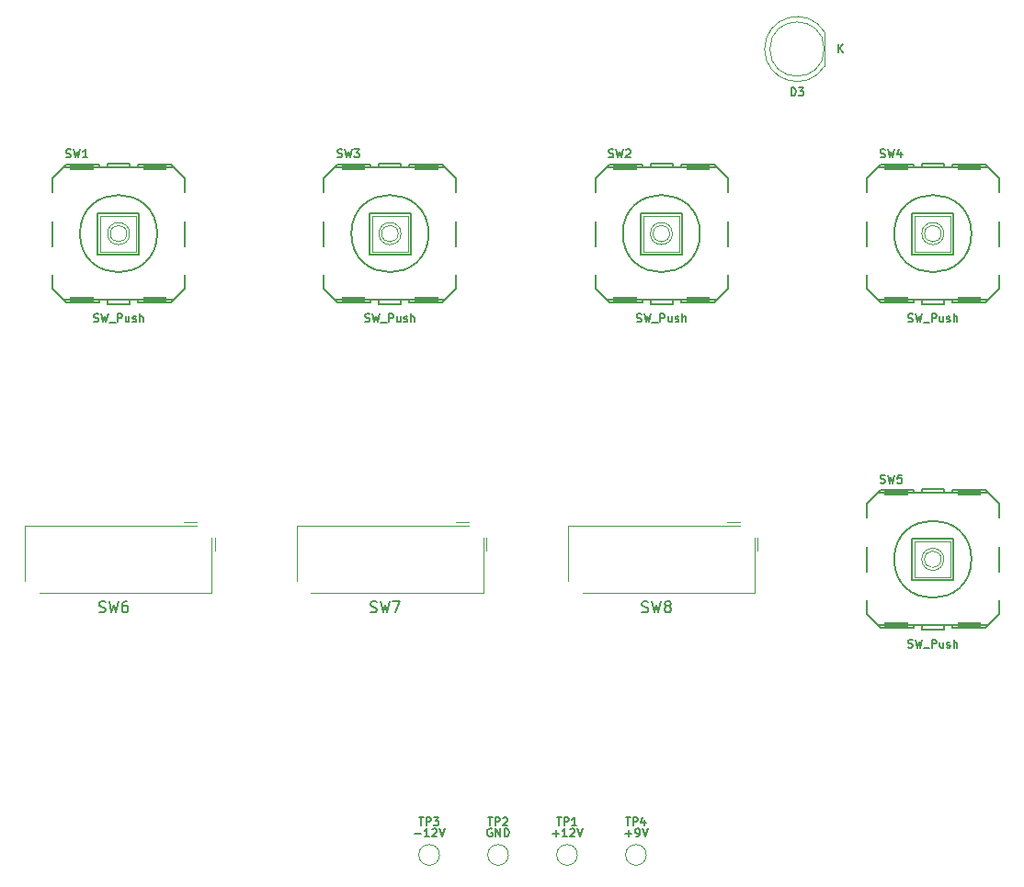
<source format=gto>
G04 #@! TF.GenerationSoftware,KiCad,Pcbnew,6.0.9-8da3e8f707~116~ubuntu22.04.1*
G04 #@! TF.CreationDate,2022-11-12T12:36:30-05:00*
G04 #@! TF.ProjectId,dso138,64736f31-3338-42e6-9b69-6361645f7063,rev?*
G04 #@! TF.SameCoordinates,Original*
G04 #@! TF.FileFunction,Legend,Top*
G04 #@! TF.FilePolarity,Positive*
%FSLAX46Y46*%
G04 Gerber Fmt 4.6, Leading zero omitted, Abs format (unit mm)*
G04 Created by KiCad (PCBNEW 6.0.9-8da3e8f707~116~ubuntu22.04.1) date 2022-11-12 12:36:30*
%MOMM*%
%LPD*%
G01*
G04 APERTURE LIST*
%ADD10C,0.150000*%
%ADD11C,0.120000*%
%ADD12C,0.152400*%
%ADD13C,0.050800*%
G04 APERTURE END LIST*
D10*
G04 #@! TO.C,TP3*
X90163571Y-158771285D02*
X90592142Y-158771285D01*
X90377857Y-159521285D02*
X90377857Y-158771285D01*
X90842142Y-159521285D02*
X90842142Y-158771285D01*
X91127857Y-158771285D01*
X91199285Y-158807000D01*
X91235000Y-158842714D01*
X91270714Y-158914142D01*
X91270714Y-159021285D01*
X91235000Y-159092714D01*
X91199285Y-159128428D01*
X91127857Y-159164142D01*
X90842142Y-159164142D01*
X91520714Y-158771285D02*
X91985000Y-158771285D01*
X91735000Y-159057000D01*
X91842142Y-159057000D01*
X91913571Y-159092714D01*
X91949285Y-159128428D01*
X91985000Y-159199857D01*
X91985000Y-159378428D01*
X91949285Y-159449857D01*
X91913571Y-159485571D01*
X91842142Y-159521285D01*
X91627857Y-159521285D01*
X91556428Y-159485571D01*
X91520714Y-159449857D01*
X89788571Y-160251571D02*
X90360000Y-160251571D01*
X91110000Y-160537285D02*
X90681428Y-160537285D01*
X90895714Y-160537285D02*
X90895714Y-159787285D01*
X90824285Y-159894428D01*
X90752857Y-159965857D01*
X90681428Y-160001571D01*
X91395714Y-159858714D02*
X91431428Y-159823000D01*
X91502857Y-159787285D01*
X91681428Y-159787285D01*
X91752857Y-159823000D01*
X91788571Y-159858714D01*
X91824285Y-159930142D01*
X91824285Y-160001571D01*
X91788571Y-160108714D01*
X91360000Y-160537285D01*
X91824285Y-160537285D01*
X92038571Y-159787285D02*
X92288571Y-160537285D01*
X92538571Y-159787285D01*
G04 #@! TO.C,SW2*
X107660357Y-97943571D02*
X107767500Y-97979285D01*
X107946071Y-97979285D01*
X108017500Y-97943571D01*
X108053214Y-97907857D01*
X108088928Y-97836428D01*
X108088928Y-97765000D01*
X108053214Y-97693571D01*
X108017500Y-97657857D01*
X107946071Y-97622142D01*
X107803214Y-97586428D01*
X107731785Y-97550714D01*
X107696071Y-97515000D01*
X107660357Y-97443571D01*
X107660357Y-97372142D01*
X107696071Y-97300714D01*
X107731785Y-97265000D01*
X107803214Y-97229285D01*
X107981785Y-97229285D01*
X108088928Y-97265000D01*
X108338928Y-97229285D02*
X108517500Y-97979285D01*
X108660357Y-97443571D01*
X108803214Y-97979285D01*
X108981785Y-97229285D01*
X109231785Y-97300714D02*
X109267500Y-97265000D01*
X109338928Y-97229285D01*
X109517500Y-97229285D01*
X109588928Y-97265000D01*
X109624642Y-97300714D01*
X109660357Y-97372142D01*
X109660357Y-97443571D01*
X109624642Y-97550714D01*
X109196071Y-97979285D01*
X109660357Y-97979285D01*
X110214285Y-113103571D02*
X110321428Y-113139285D01*
X110500000Y-113139285D01*
X110571428Y-113103571D01*
X110607142Y-113067857D01*
X110642857Y-112996428D01*
X110642857Y-112925000D01*
X110607142Y-112853571D01*
X110571428Y-112817857D01*
X110500000Y-112782142D01*
X110357142Y-112746428D01*
X110285714Y-112710714D01*
X110250000Y-112675000D01*
X110214285Y-112603571D01*
X110214285Y-112532142D01*
X110250000Y-112460714D01*
X110285714Y-112425000D01*
X110357142Y-112389285D01*
X110535714Y-112389285D01*
X110642857Y-112425000D01*
X110892857Y-112389285D02*
X111071428Y-113139285D01*
X111214285Y-112603571D01*
X111357142Y-113139285D01*
X111535714Y-112389285D01*
X111642857Y-113210714D02*
X112214285Y-113210714D01*
X112392857Y-113139285D02*
X112392857Y-112389285D01*
X112678571Y-112389285D01*
X112750000Y-112425000D01*
X112785714Y-112460714D01*
X112821428Y-112532142D01*
X112821428Y-112639285D01*
X112785714Y-112710714D01*
X112750000Y-112746428D01*
X112678571Y-112782142D01*
X112392857Y-112782142D01*
X113464285Y-112639285D02*
X113464285Y-113139285D01*
X113142857Y-112639285D02*
X113142857Y-113032142D01*
X113178571Y-113103571D01*
X113250000Y-113139285D01*
X113357142Y-113139285D01*
X113428571Y-113103571D01*
X113464285Y-113067857D01*
X113785714Y-113103571D02*
X113857142Y-113139285D01*
X114000000Y-113139285D01*
X114071428Y-113103571D01*
X114107142Y-113032142D01*
X114107142Y-112996428D01*
X114071428Y-112925000D01*
X114000000Y-112889285D01*
X113892857Y-112889285D01*
X113821428Y-112853571D01*
X113785714Y-112782142D01*
X113785714Y-112746428D01*
X113821428Y-112675000D01*
X113892857Y-112639285D01*
X114000000Y-112639285D01*
X114071428Y-112675000D01*
X114428571Y-113139285D02*
X114428571Y-112389285D01*
X114750000Y-113139285D02*
X114750000Y-112746428D01*
X114714285Y-112675000D01*
X114642857Y-112639285D01*
X114535714Y-112639285D01*
X114464285Y-112675000D01*
X114428571Y-112710714D01*
G04 #@! TO.C,SW1*
X57660357Y-97943571D02*
X57767500Y-97979285D01*
X57946071Y-97979285D01*
X58017500Y-97943571D01*
X58053214Y-97907857D01*
X58088928Y-97836428D01*
X58088928Y-97765000D01*
X58053214Y-97693571D01*
X58017500Y-97657857D01*
X57946071Y-97622142D01*
X57803214Y-97586428D01*
X57731785Y-97550714D01*
X57696071Y-97515000D01*
X57660357Y-97443571D01*
X57660357Y-97372142D01*
X57696071Y-97300714D01*
X57731785Y-97265000D01*
X57803214Y-97229285D01*
X57981785Y-97229285D01*
X58088928Y-97265000D01*
X58338928Y-97229285D02*
X58517500Y-97979285D01*
X58660357Y-97443571D01*
X58803214Y-97979285D01*
X58981785Y-97229285D01*
X59660357Y-97979285D02*
X59231785Y-97979285D01*
X59446071Y-97979285D02*
X59446071Y-97229285D01*
X59374642Y-97336428D01*
X59303214Y-97407857D01*
X59231785Y-97443571D01*
X60214285Y-113103571D02*
X60321428Y-113139285D01*
X60500000Y-113139285D01*
X60571428Y-113103571D01*
X60607142Y-113067857D01*
X60642857Y-112996428D01*
X60642857Y-112925000D01*
X60607142Y-112853571D01*
X60571428Y-112817857D01*
X60500000Y-112782142D01*
X60357142Y-112746428D01*
X60285714Y-112710714D01*
X60250000Y-112675000D01*
X60214285Y-112603571D01*
X60214285Y-112532142D01*
X60250000Y-112460714D01*
X60285714Y-112425000D01*
X60357142Y-112389285D01*
X60535714Y-112389285D01*
X60642857Y-112425000D01*
X60892857Y-112389285D02*
X61071428Y-113139285D01*
X61214285Y-112603571D01*
X61357142Y-113139285D01*
X61535714Y-112389285D01*
X61642857Y-113210714D02*
X62214285Y-113210714D01*
X62392857Y-113139285D02*
X62392857Y-112389285D01*
X62678571Y-112389285D01*
X62750000Y-112425000D01*
X62785714Y-112460714D01*
X62821428Y-112532142D01*
X62821428Y-112639285D01*
X62785714Y-112710714D01*
X62750000Y-112746428D01*
X62678571Y-112782142D01*
X62392857Y-112782142D01*
X63464285Y-112639285D02*
X63464285Y-113139285D01*
X63142857Y-112639285D02*
X63142857Y-113032142D01*
X63178571Y-113103571D01*
X63250000Y-113139285D01*
X63357142Y-113139285D01*
X63428571Y-113103571D01*
X63464285Y-113067857D01*
X63785714Y-113103571D02*
X63857142Y-113139285D01*
X64000000Y-113139285D01*
X64071428Y-113103571D01*
X64107142Y-113032142D01*
X64107142Y-112996428D01*
X64071428Y-112925000D01*
X64000000Y-112889285D01*
X63892857Y-112889285D01*
X63821428Y-112853571D01*
X63785714Y-112782142D01*
X63785714Y-112746428D01*
X63821428Y-112675000D01*
X63892857Y-112639285D01*
X64000000Y-112639285D01*
X64071428Y-112675000D01*
X64428571Y-113139285D02*
X64428571Y-112389285D01*
X64750000Y-113139285D02*
X64750000Y-112746428D01*
X64714285Y-112675000D01*
X64642857Y-112639285D01*
X64535714Y-112639285D01*
X64464285Y-112675000D01*
X64428571Y-112710714D01*
G04 #@! TO.C,D3*
X124441428Y-92299285D02*
X124441428Y-91549285D01*
X124620000Y-91549285D01*
X124727142Y-91585000D01*
X124798571Y-91656428D01*
X124834285Y-91727857D01*
X124870000Y-91870714D01*
X124870000Y-91977857D01*
X124834285Y-92120714D01*
X124798571Y-92192142D01*
X124727142Y-92263571D01*
X124620000Y-92299285D01*
X124441428Y-92299285D01*
X125120000Y-91549285D02*
X125584285Y-91549285D01*
X125334285Y-91835000D01*
X125441428Y-91835000D01*
X125512857Y-91870714D01*
X125548571Y-91906428D01*
X125584285Y-91977857D01*
X125584285Y-92156428D01*
X125548571Y-92227857D01*
X125512857Y-92263571D01*
X125441428Y-92299285D01*
X125227142Y-92299285D01*
X125155714Y-92263571D01*
X125120000Y-92227857D01*
X128768571Y-88339285D02*
X128768571Y-87589285D01*
X129197142Y-88339285D02*
X128875714Y-87910714D01*
X129197142Y-87589285D02*
X128768571Y-88017857D01*
G04 #@! TO.C,TP4*
X109213571Y-158771285D02*
X109642142Y-158771285D01*
X109427857Y-159521285D02*
X109427857Y-158771285D01*
X109892142Y-159521285D02*
X109892142Y-158771285D01*
X110177857Y-158771285D01*
X110249285Y-158807000D01*
X110285000Y-158842714D01*
X110320714Y-158914142D01*
X110320714Y-159021285D01*
X110285000Y-159092714D01*
X110249285Y-159128428D01*
X110177857Y-159164142D01*
X109892142Y-159164142D01*
X110963571Y-159021285D02*
X110963571Y-159521285D01*
X110785000Y-158735571D02*
X110606428Y-159271285D01*
X111070714Y-159271285D01*
X109195714Y-160251571D02*
X109767142Y-160251571D01*
X109481428Y-160537285D02*
X109481428Y-159965857D01*
X110160000Y-160537285D02*
X110302857Y-160537285D01*
X110374285Y-160501571D01*
X110410000Y-160465857D01*
X110481428Y-160358714D01*
X110517142Y-160215857D01*
X110517142Y-159930142D01*
X110481428Y-159858714D01*
X110445714Y-159823000D01*
X110374285Y-159787285D01*
X110231428Y-159787285D01*
X110160000Y-159823000D01*
X110124285Y-159858714D01*
X110088571Y-159930142D01*
X110088571Y-160108714D01*
X110124285Y-160180142D01*
X110160000Y-160215857D01*
X110231428Y-160251571D01*
X110374285Y-160251571D01*
X110445714Y-160215857D01*
X110481428Y-160180142D01*
X110517142Y-160108714D01*
X110731428Y-159787285D02*
X110981428Y-160537285D01*
X111231428Y-159787285D01*
G04 #@! TO.C,SW3*
X82660357Y-97943571D02*
X82767500Y-97979285D01*
X82946071Y-97979285D01*
X83017500Y-97943571D01*
X83053214Y-97907857D01*
X83088928Y-97836428D01*
X83088928Y-97765000D01*
X83053214Y-97693571D01*
X83017500Y-97657857D01*
X82946071Y-97622142D01*
X82803214Y-97586428D01*
X82731785Y-97550714D01*
X82696071Y-97515000D01*
X82660357Y-97443571D01*
X82660357Y-97372142D01*
X82696071Y-97300714D01*
X82731785Y-97265000D01*
X82803214Y-97229285D01*
X82981785Y-97229285D01*
X83088928Y-97265000D01*
X83338928Y-97229285D02*
X83517500Y-97979285D01*
X83660357Y-97443571D01*
X83803214Y-97979285D01*
X83981785Y-97229285D01*
X84196071Y-97229285D02*
X84660357Y-97229285D01*
X84410357Y-97515000D01*
X84517500Y-97515000D01*
X84588928Y-97550714D01*
X84624642Y-97586428D01*
X84660357Y-97657857D01*
X84660357Y-97836428D01*
X84624642Y-97907857D01*
X84588928Y-97943571D01*
X84517500Y-97979285D01*
X84303214Y-97979285D01*
X84231785Y-97943571D01*
X84196071Y-97907857D01*
X85214285Y-113103571D02*
X85321428Y-113139285D01*
X85500000Y-113139285D01*
X85571428Y-113103571D01*
X85607142Y-113067857D01*
X85642857Y-112996428D01*
X85642857Y-112925000D01*
X85607142Y-112853571D01*
X85571428Y-112817857D01*
X85500000Y-112782142D01*
X85357142Y-112746428D01*
X85285714Y-112710714D01*
X85250000Y-112675000D01*
X85214285Y-112603571D01*
X85214285Y-112532142D01*
X85250000Y-112460714D01*
X85285714Y-112425000D01*
X85357142Y-112389285D01*
X85535714Y-112389285D01*
X85642857Y-112425000D01*
X85892857Y-112389285D02*
X86071428Y-113139285D01*
X86214285Y-112603571D01*
X86357142Y-113139285D01*
X86535714Y-112389285D01*
X86642857Y-113210714D02*
X87214285Y-113210714D01*
X87392857Y-113139285D02*
X87392857Y-112389285D01*
X87678571Y-112389285D01*
X87750000Y-112425000D01*
X87785714Y-112460714D01*
X87821428Y-112532142D01*
X87821428Y-112639285D01*
X87785714Y-112710714D01*
X87750000Y-112746428D01*
X87678571Y-112782142D01*
X87392857Y-112782142D01*
X88464285Y-112639285D02*
X88464285Y-113139285D01*
X88142857Y-112639285D02*
X88142857Y-113032142D01*
X88178571Y-113103571D01*
X88250000Y-113139285D01*
X88357142Y-113139285D01*
X88428571Y-113103571D01*
X88464285Y-113067857D01*
X88785714Y-113103571D02*
X88857142Y-113139285D01*
X89000000Y-113139285D01*
X89071428Y-113103571D01*
X89107142Y-113032142D01*
X89107142Y-112996428D01*
X89071428Y-112925000D01*
X89000000Y-112889285D01*
X88892857Y-112889285D01*
X88821428Y-112853571D01*
X88785714Y-112782142D01*
X88785714Y-112746428D01*
X88821428Y-112675000D01*
X88892857Y-112639285D01*
X89000000Y-112639285D01*
X89071428Y-112675000D01*
X89428571Y-113139285D02*
X89428571Y-112389285D01*
X89750000Y-113139285D02*
X89750000Y-112746428D01*
X89714285Y-112675000D01*
X89642857Y-112639285D01*
X89535714Y-112639285D01*
X89464285Y-112675000D01*
X89428571Y-112710714D01*
G04 #@! TO.C,SW7*
X85709466Y-139835161D02*
X85852323Y-139882780D01*
X86090419Y-139882780D01*
X86185657Y-139835161D01*
X86233276Y-139787542D01*
X86280895Y-139692304D01*
X86280895Y-139597066D01*
X86233276Y-139501828D01*
X86185657Y-139454209D01*
X86090419Y-139406590D01*
X85899942Y-139358971D01*
X85804704Y-139311352D01*
X85757085Y-139263733D01*
X85709466Y-139168495D01*
X85709466Y-139073257D01*
X85757085Y-138978019D01*
X85804704Y-138930400D01*
X85899942Y-138882780D01*
X86138038Y-138882780D01*
X86280895Y-138930400D01*
X86614228Y-138882780D02*
X86852323Y-139882780D01*
X87042800Y-139168495D01*
X87233276Y-139882780D01*
X87471371Y-138882780D01*
X87757085Y-138882780D02*
X88423752Y-138882780D01*
X87995180Y-139882780D01*
G04 #@! TO.C,TP1*
X102863571Y-158771285D02*
X103292142Y-158771285D01*
X103077857Y-159521285D02*
X103077857Y-158771285D01*
X103542142Y-159521285D02*
X103542142Y-158771285D01*
X103827857Y-158771285D01*
X103899285Y-158807000D01*
X103935000Y-158842714D01*
X103970714Y-158914142D01*
X103970714Y-159021285D01*
X103935000Y-159092714D01*
X103899285Y-159128428D01*
X103827857Y-159164142D01*
X103542142Y-159164142D01*
X104685000Y-159521285D02*
X104256428Y-159521285D01*
X104470714Y-159521285D02*
X104470714Y-158771285D01*
X104399285Y-158878428D01*
X104327857Y-158949857D01*
X104256428Y-158985571D01*
X102488571Y-160251571D02*
X103060000Y-160251571D01*
X102774285Y-160537285D02*
X102774285Y-159965857D01*
X103810000Y-160537285D02*
X103381428Y-160537285D01*
X103595714Y-160537285D02*
X103595714Y-159787285D01*
X103524285Y-159894428D01*
X103452857Y-159965857D01*
X103381428Y-160001571D01*
X104095714Y-159858714D02*
X104131428Y-159823000D01*
X104202857Y-159787285D01*
X104381428Y-159787285D01*
X104452857Y-159823000D01*
X104488571Y-159858714D01*
X104524285Y-159930142D01*
X104524285Y-160001571D01*
X104488571Y-160108714D01*
X104060000Y-160537285D01*
X104524285Y-160537285D01*
X104738571Y-159787285D02*
X104988571Y-160537285D01*
X105238571Y-159787285D01*
G04 #@! TO.C,SW8*
X110709466Y-139835161D02*
X110852323Y-139882780D01*
X111090419Y-139882780D01*
X111185657Y-139835161D01*
X111233276Y-139787542D01*
X111280895Y-139692304D01*
X111280895Y-139597066D01*
X111233276Y-139501828D01*
X111185657Y-139454209D01*
X111090419Y-139406590D01*
X110899942Y-139358971D01*
X110804704Y-139311352D01*
X110757085Y-139263733D01*
X110709466Y-139168495D01*
X110709466Y-139073257D01*
X110757085Y-138978019D01*
X110804704Y-138930400D01*
X110899942Y-138882780D01*
X111138038Y-138882780D01*
X111280895Y-138930400D01*
X111614228Y-138882780D02*
X111852323Y-139882780D01*
X112042800Y-139168495D01*
X112233276Y-139882780D01*
X112471371Y-138882780D01*
X112995180Y-139311352D02*
X112899942Y-139263733D01*
X112852323Y-139216114D01*
X112804704Y-139120876D01*
X112804704Y-139073257D01*
X112852323Y-138978019D01*
X112899942Y-138930400D01*
X112995180Y-138882780D01*
X113185657Y-138882780D01*
X113280895Y-138930400D01*
X113328514Y-138978019D01*
X113376133Y-139073257D01*
X113376133Y-139120876D01*
X113328514Y-139216114D01*
X113280895Y-139263733D01*
X113185657Y-139311352D01*
X112995180Y-139311352D01*
X112899942Y-139358971D01*
X112852323Y-139406590D01*
X112804704Y-139501828D01*
X112804704Y-139692304D01*
X112852323Y-139787542D01*
X112899942Y-139835161D01*
X112995180Y-139882780D01*
X113185657Y-139882780D01*
X113280895Y-139835161D01*
X113328514Y-139787542D01*
X113376133Y-139692304D01*
X113376133Y-139501828D01*
X113328514Y-139406590D01*
X113280895Y-139358971D01*
X113185657Y-139311352D01*
G04 #@! TO.C,SW4*
X132660357Y-97943571D02*
X132767500Y-97979285D01*
X132946071Y-97979285D01*
X133017500Y-97943571D01*
X133053214Y-97907857D01*
X133088928Y-97836428D01*
X133088928Y-97765000D01*
X133053214Y-97693571D01*
X133017500Y-97657857D01*
X132946071Y-97622142D01*
X132803214Y-97586428D01*
X132731785Y-97550714D01*
X132696071Y-97515000D01*
X132660357Y-97443571D01*
X132660357Y-97372142D01*
X132696071Y-97300714D01*
X132731785Y-97265000D01*
X132803214Y-97229285D01*
X132981785Y-97229285D01*
X133088928Y-97265000D01*
X133338928Y-97229285D02*
X133517500Y-97979285D01*
X133660357Y-97443571D01*
X133803214Y-97979285D01*
X133981785Y-97229285D01*
X134588928Y-97479285D02*
X134588928Y-97979285D01*
X134410357Y-97193571D02*
X134231785Y-97729285D01*
X134696071Y-97729285D01*
X135214285Y-113103571D02*
X135321428Y-113139285D01*
X135500000Y-113139285D01*
X135571428Y-113103571D01*
X135607142Y-113067857D01*
X135642857Y-112996428D01*
X135642857Y-112925000D01*
X135607142Y-112853571D01*
X135571428Y-112817857D01*
X135500000Y-112782142D01*
X135357142Y-112746428D01*
X135285714Y-112710714D01*
X135250000Y-112675000D01*
X135214285Y-112603571D01*
X135214285Y-112532142D01*
X135250000Y-112460714D01*
X135285714Y-112425000D01*
X135357142Y-112389285D01*
X135535714Y-112389285D01*
X135642857Y-112425000D01*
X135892857Y-112389285D02*
X136071428Y-113139285D01*
X136214285Y-112603571D01*
X136357142Y-113139285D01*
X136535714Y-112389285D01*
X136642857Y-113210714D02*
X137214285Y-113210714D01*
X137392857Y-113139285D02*
X137392857Y-112389285D01*
X137678571Y-112389285D01*
X137750000Y-112425000D01*
X137785714Y-112460714D01*
X137821428Y-112532142D01*
X137821428Y-112639285D01*
X137785714Y-112710714D01*
X137750000Y-112746428D01*
X137678571Y-112782142D01*
X137392857Y-112782142D01*
X138464285Y-112639285D02*
X138464285Y-113139285D01*
X138142857Y-112639285D02*
X138142857Y-113032142D01*
X138178571Y-113103571D01*
X138250000Y-113139285D01*
X138357142Y-113139285D01*
X138428571Y-113103571D01*
X138464285Y-113067857D01*
X138785714Y-113103571D02*
X138857142Y-113139285D01*
X139000000Y-113139285D01*
X139071428Y-113103571D01*
X139107142Y-113032142D01*
X139107142Y-112996428D01*
X139071428Y-112925000D01*
X139000000Y-112889285D01*
X138892857Y-112889285D01*
X138821428Y-112853571D01*
X138785714Y-112782142D01*
X138785714Y-112746428D01*
X138821428Y-112675000D01*
X138892857Y-112639285D01*
X139000000Y-112639285D01*
X139071428Y-112675000D01*
X139428571Y-113139285D02*
X139428571Y-112389285D01*
X139750000Y-113139285D02*
X139750000Y-112746428D01*
X139714285Y-112675000D01*
X139642857Y-112639285D01*
X139535714Y-112639285D01*
X139464285Y-112675000D01*
X139428571Y-112710714D01*
G04 #@! TO.C,SW6*
X60709466Y-139835161D02*
X60852323Y-139882780D01*
X61090419Y-139882780D01*
X61185657Y-139835161D01*
X61233276Y-139787542D01*
X61280895Y-139692304D01*
X61280895Y-139597066D01*
X61233276Y-139501828D01*
X61185657Y-139454209D01*
X61090419Y-139406590D01*
X60899942Y-139358971D01*
X60804704Y-139311352D01*
X60757085Y-139263733D01*
X60709466Y-139168495D01*
X60709466Y-139073257D01*
X60757085Y-138978019D01*
X60804704Y-138930400D01*
X60899942Y-138882780D01*
X61138038Y-138882780D01*
X61280895Y-138930400D01*
X61614228Y-138882780D02*
X61852323Y-139882780D01*
X62042800Y-139168495D01*
X62233276Y-139882780D01*
X62471371Y-138882780D01*
X63280895Y-138882780D02*
X63090419Y-138882780D01*
X62995180Y-138930400D01*
X62947561Y-138978019D01*
X62852323Y-139120876D01*
X62804704Y-139311352D01*
X62804704Y-139692304D01*
X62852323Y-139787542D01*
X62899942Y-139835161D01*
X62995180Y-139882780D01*
X63185657Y-139882780D01*
X63280895Y-139835161D01*
X63328514Y-139787542D01*
X63376133Y-139692304D01*
X63376133Y-139454209D01*
X63328514Y-139358971D01*
X63280895Y-139311352D01*
X63185657Y-139263733D01*
X62995180Y-139263733D01*
X62899942Y-139311352D01*
X62852323Y-139358971D01*
X62804704Y-139454209D01*
G04 #@! TO.C,TP2*
X96513571Y-158771285D02*
X96942142Y-158771285D01*
X96727857Y-159521285D02*
X96727857Y-158771285D01*
X97192142Y-159521285D02*
X97192142Y-158771285D01*
X97477857Y-158771285D01*
X97549285Y-158807000D01*
X97585000Y-158842714D01*
X97620714Y-158914142D01*
X97620714Y-159021285D01*
X97585000Y-159092714D01*
X97549285Y-159128428D01*
X97477857Y-159164142D01*
X97192142Y-159164142D01*
X97906428Y-158842714D02*
X97942142Y-158807000D01*
X98013571Y-158771285D01*
X98192142Y-158771285D01*
X98263571Y-158807000D01*
X98299285Y-158842714D01*
X98335000Y-158914142D01*
X98335000Y-158985571D01*
X98299285Y-159092714D01*
X97870714Y-159521285D01*
X98335000Y-159521285D01*
X96888571Y-159823000D02*
X96817142Y-159787285D01*
X96710000Y-159787285D01*
X96602857Y-159823000D01*
X96531428Y-159894428D01*
X96495714Y-159965857D01*
X96460000Y-160108714D01*
X96460000Y-160215857D01*
X96495714Y-160358714D01*
X96531428Y-160430142D01*
X96602857Y-160501571D01*
X96710000Y-160537285D01*
X96781428Y-160537285D01*
X96888571Y-160501571D01*
X96924285Y-160465857D01*
X96924285Y-160215857D01*
X96781428Y-160215857D01*
X97245714Y-160537285D02*
X97245714Y-159787285D01*
X97674285Y-160537285D01*
X97674285Y-159787285D01*
X98031428Y-160537285D02*
X98031428Y-159787285D01*
X98210000Y-159787285D01*
X98317142Y-159823000D01*
X98388571Y-159894428D01*
X98424285Y-159965857D01*
X98460000Y-160108714D01*
X98460000Y-160215857D01*
X98424285Y-160358714D01*
X98388571Y-160430142D01*
X98317142Y-160501571D01*
X98210000Y-160537285D01*
X98031428Y-160537285D01*
G04 #@! TO.C,SW5*
X132660357Y-127943571D02*
X132767500Y-127979285D01*
X132946071Y-127979285D01*
X133017500Y-127943571D01*
X133053214Y-127907857D01*
X133088928Y-127836428D01*
X133088928Y-127765000D01*
X133053214Y-127693571D01*
X133017500Y-127657857D01*
X132946071Y-127622142D01*
X132803214Y-127586428D01*
X132731785Y-127550714D01*
X132696071Y-127515000D01*
X132660357Y-127443571D01*
X132660357Y-127372142D01*
X132696071Y-127300714D01*
X132731785Y-127265000D01*
X132803214Y-127229285D01*
X132981785Y-127229285D01*
X133088928Y-127265000D01*
X133338928Y-127229285D02*
X133517500Y-127979285D01*
X133660357Y-127443571D01*
X133803214Y-127979285D01*
X133981785Y-127229285D01*
X134624642Y-127229285D02*
X134267500Y-127229285D01*
X134231785Y-127586428D01*
X134267500Y-127550714D01*
X134338928Y-127515000D01*
X134517500Y-127515000D01*
X134588928Y-127550714D01*
X134624642Y-127586428D01*
X134660357Y-127657857D01*
X134660357Y-127836428D01*
X134624642Y-127907857D01*
X134588928Y-127943571D01*
X134517500Y-127979285D01*
X134338928Y-127979285D01*
X134267500Y-127943571D01*
X134231785Y-127907857D01*
X135214285Y-143103571D02*
X135321428Y-143139285D01*
X135500000Y-143139285D01*
X135571428Y-143103571D01*
X135607142Y-143067857D01*
X135642857Y-142996428D01*
X135642857Y-142925000D01*
X135607142Y-142853571D01*
X135571428Y-142817857D01*
X135500000Y-142782142D01*
X135357142Y-142746428D01*
X135285714Y-142710714D01*
X135250000Y-142675000D01*
X135214285Y-142603571D01*
X135214285Y-142532142D01*
X135250000Y-142460714D01*
X135285714Y-142425000D01*
X135357142Y-142389285D01*
X135535714Y-142389285D01*
X135642857Y-142425000D01*
X135892857Y-142389285D02*
X136071428Y-143139285D01*
X136214285Y-142603571D01*
X136357142Y-143139285D01*
X136535714Y-142389285D01*
X136642857Y-143210714D02*
X137214285Y-143210714D01*
X137392857Y-143139285D02*
X137392857Y-142389285D01*
X137678571Y-142389285D01*
X137750000Y-142425000D01*
X137785714Y-142460714D01*
X137821428Y-142532142D01*
X137821428Y-142639285D01*
X137785714Y-142710714D01*
X137750000Y-142746428D01*
X137678571Y-142782142D01*
X137392857Y-142782142D01*
X138464285Y-142639285D02*
X138464285Y-143139285D01*
X138142857Y-142639285D02*
X138142857Y-143032142D01*
X138178571Y-143103571D01*
X138250000Y-143139285D01*
X138357142Y-143139285D01*
X138428571Y-143103571D01*
X138464285Y-143067857D01*
X138785714Y-143103571D02*
X138857142Y-143139285D01*
X139000000Y-143139285D01*
X139071428Y-143103571D01*
X139107142Y-143032142D01*
X139107142Y-142996428D01*
X139071428Y-142925000D01*
X139000000Y-142889285D01*
X138892857Y-142889285D01*
X138821428Y-142853571D01*
X138785714Y-142782142D01*
X138785714Y-142746428D01*
X138821428Y-142675000D01*
X138892857Y-142639285D01*
X139000000Y-142639285D01*
X139071428Y-142675000D01*
X139428571Y-143139285D02*
X139428571Y-142389285D01*
X139750000Y-143139285D02*
X139750000Y-142746428D01*
X139714285Y-142675000D01*
X139642857Y-142639285D01*
X139535714Y-142639285D01*
X139464285Y-142675000D01*
X139428571Y-142710714D01*
D11*
G04 #@! TO.C,TP3*
X92060000Y-162230000D02*
G75*
G03*
X92060000Y-162230000I-950000J0D01*
G01*
D12*
G04 #@! TO.C,SW2*
X110722000Y-111096000D02*
X111484000Y-111096000D01*
X117580000Y-111096000D02*
X117326000Y-111350000D01*
X118596000Y-99920000D02*
X118596000Y-101190000D01*
X106404000Y-110080000D02*
X107420000Y-111096000D01*
X110722000Y-98650000D02*
X110722000Y-98904000D01*
D13*
X110849000Y-103349000D02*
X110849000Y-106651000D01*
D12*
X117580000Y-98904000D02*
X114278000Y-98904000D01*
X113516000Y-111096000D02*
X114278000Y-111096000D01*
X118596000Y-99920000D02*
X117580000Y-98904000D01*
X113516000Y-111096000D02*
X113516000Y-111477000D01*
X118596000Y-103857000D02*
X118596000Y-106143000D01*
X114405000Y-106905000D02*
X114405000Y-103095000D01*
X114278000Y-98650000D02*
X114278000Y-98904000D01*
X107420000Y-111096000D02*
X110722000Y-111096000D01*
X114278000Y-111096000D02*
X117580000Y-111096000D01*
X111484000Y-111477000D02*
X111484000Y-111096000D01*
X111484000Y-98523000D02*
X113516000Y-98523000D01*
X118596000Y-110080000D02*
X118596000Y-108810000D01*
X106404000Y-108810000D02*
X106404000Y-110080000D01*
X106404000Y-103857000D02*
X106404000Y-106143000D01*
X114278000Y-98904000D02*
X113516000Y-98904000D01*
D13*
X114151000Y-106651000D02*
X114151000Y-103349000D01*
D12*
X117326000Y-111350000D02*
X114278000Y-111350000D01*
X114278000Y-111096000D02*
X114278000Y-111350000D01*
X110722000Y-98904000D02*
X111484000Y-98904000D01*
X117580000Y-111096000D02*
X118596000Y-110080000D01*
X110722000Y-98650000D02*
X107674000Y-98650000D01*
X107420000Y-98904000D02*
X110722000Y-98904000D01*
X117326000Y-98650000D02*
X114278000Y-98650000D01*
X110595000Y-103095000D02*
X114405000Y-103095000D01*
X107674000Y-111350000D02*
X107420000Y-111096000D01*
X111484000Y-111477000D02*
X113516000Y-111477000D01*
D13*
X114151000Y-106651000D02*
X110849000Y-106651000D01*
D12*
X113516000Y-98523000D02*
X113516000Y-98904000D01*
X117580000Y-98904000D02*
X117326000Y-98650000D01*
X106404000Y-99920000D02*
X106404000Y-101190000D01*
X110595000Y-103095000D02*
X110595000Y-106905000D01*
X111484000Y-98904000D02*
X113516000Y-98904000D01*
D13*
X110849000Y-103349000D02*
X114151000Y-103349000D01*
D12*
X110722000Y-111096000D02*
X110722000Y-111350000D01*
X107420000Y-98904000D02*
X107674000Y-98650000D01*
X114405000Y-106905000D02*
X110595000Y-106905000D01*
X110722000Y-111350000D02*
X107674000Y-111350000D01*
X107420000Y-98904000D02*
X106404000Y-99920000D01*
X111484000Y-98904000D02*
X111484000Y-98523000D01*
X111484000Y-111096000D02*
X113516000Y-111096000D01*
D13*
X113516000Y-105000000D02*
G75*
G03*
X113516000Y-105000000I-1016000J0D01*
G01*
D12*
X116056000Y-105000000D02*
G75*
G03*
X116056000Y-105000000I-3556000J0D01*
G01*
D13*
X113262000Y-105000000D02*
G75*
G03*
X113262000Y-105000000I-762000J0D01*
G01*
G36*
X116945000Y-99158000D02*
G01*
X114786000Y-99158000D01*
X114786000Y-98650000D01*
X116945000Y-98650000D01*
X116945000Y-99158000D01*
G37*
G36*
X110214000Y-99158000D02*
G01*
X108055000Y-99158000D01*
X108055000Y-98650000D01*
X110214000Y-98650000D01*
X110214000Y-99158000D01*
G37*
G36*
X116945000Y-111350000D02*
G01*
X114786000Y-111350000D01*
X114786000Y-110842000D01*
X116945000Y-110842000D01*
X116945000Y-111350000D01*
G37*
G36*
X110214000Y-111350000D02*
G01*
X108055000Y-111350000D01*
X108055000Y-110842000D01*
X110214000Y-110842000D01*
X110214000Y-111350000D01*
G37*
D12*
G04 #@! TO.C,SW1*
X68596000Y-103857000D02*
X68596000Y-106143000D01*
X57420000Y-98904000D02*
X57674000Y-98650000D01*
X67580000Y-111096000D02*
X68596000Y-110080000D01*
X63516000Y-98523000D02*
X63516000Y-98904000D01*
D13*
X60849000Y-103349000D02*
X64151000Y-103349000D01*
D12*
X61484000Y-98904000D02*
X63516000Y-98904000D01*
X64278000Y-111096000D02*
X67580000Y-111096000D01*
X67326000Y-98650000D02*
X64278000Y-98650000D01*
X60595000Y-103095000D02*
X60595000Y-106905000D01*
X60722000Y-98650000D02*
X57674000Y-98650000D01*
D13*
X60849000Y-103349000D02*
X60849000Y-106651000D01*
D12*
X61484000Y-111477000D02*
X63516000Y-111477000D01*
X60722000Y-98904000D02*
X61484000Y-98904000D01*
X57420000Y-111096000D02*
X60722000Y-111096000D01*
X64405000Y-106905000D02*
X60595000Y-106905000D01*
X61484000Y-98904000D02*
X61484000Y-98523000D01*
X57674000Y-111350000D02*
X57420000Y-111096000D01*
X56404000Y-108810000D02*
X56404000Y-110080000D01*
X60722000Y-111096000D02*
X61484000Y-111096000D01*
X63516000Y-111096000D02*
X64278000Y-111096000D01*
X64278000Y-98904000D02*
X63516000Y-98904000D01*
X60722000Y-111096000D02*
X60722000Y-111350000D01*
X57420000Y-98904000D02*
X60722000Y-98904000D01*
X67326000Y-111350000D02*
X64278000Y-111350000D01*
X56404000Y-103857000D02*
X56404000Y-106143000D01*
X64278000Y-111096000D02*
X64278000Y-111350000D01*
X61484000Y-98523000D02*
X63516000Y-98523000D01*
X67580000Y-98904000D02*
X64278000Y-98904000D01*
X60722000Y-98650000D02*
X60722000Y-98904000D01*
X67580000Y-111096000D02*
X67326000Y-111350000D01*
X63516000Y-111096000D02*
X63516000Y-111477000D01*
D13*
X64151000Y-106651000D02*
X64151000Y-103349000D01*
D12*
X67580000Y-98904000D02*
X67326000Y-98650000D01*
D13*
X64151000Y-106651000D02*
X60849000Y-106651000D01*
D12*
X61484000Y-111477000D02*
X61484000Y-111096000D01*
X61484000Y-111096000D02*
X63516000Y-111096000D01*
X68596000Y-110080000D02*
X68596000Y-108810000D01*
X56404000Y-99920000D02*
X56404000Y-101190000D01*
X64405000Y-106905000D02*
X64405000Y-103095000D01*
X64278000Y-98650000D02*
X64278000Y-98904000D01*
X56404000Y-110080000D02*
X57420000Y-111096000D01*
X57420000Y-98904000D02*
X56404000Y-99920000D01*
X68596000Y-99920000D02*
X67580000Y-98904000D01*
X60595000Y-103095000D02*
X64405000Y-103095000D01*
X68596000Y-99920000D02*
X68596000Y-101190000D01*
X60722000Y-111350000D02*
X57674000Y-111350000D01*
D13*
X63516000Y-105000000D02*
G75*
G03*
X63516000Y-105000000I-1016000J0D01*
G01*
D12*
X66056000Y-105000000D02*
G75*
G03*
X66056000Y-105000000I-3556000J0D01*
G01*
D13*
X63262000Y-105000000D02*
G75*
G03*
X63262000Y-105000000I-762000J0D01*
G01*
G36*
X66945000Y-111350000D02*
G01*
X64786000Y-111350000D01*
X64786000Y-110842000D01*
X66945000Y-110842000D01*
X66945000Y-111350000D01*
G37*
G36*
X60214000Y-111350000D02*
G01*
X58055000Y-111350000D01*
X58055000Y-110842000D01*
X60214000Y-110842000D01*
X60214000Y-111350000D01*
G37*
G36*
X66945000Y-99158000D02*
G01*
X64786000Y-99158000D01*
X64786000Y-98650000D01*
X66945000Y-98650000D01*
X66945000Y-99158000D01*
G37*
G36*
X60214000Y-99158000D02*
G01*
X58055000Y-99158000D01*
X58055000Y-98650000D01*
X60214000Y-98650000D01*
X60214000Y-99158000D01*
G37*
D11*
G04 #@! TO.C,D3*
X127555000Y-89545000D02*
X127555000Y-86455000D01*
X122005000Y-87999538D02*
G75*
G03*
X127555000Y-89544830I2990000J-462D01*
G01*
X127555000Y-86455170D02*
G75*
G03*
X122005000Y-88000462I-2560000J-1544830D01*
G01*
X127495000Y-88000000D02*
G75*
G03*
X127495000Y-88000000I-2500000J0D01*
G01*
G04 #@! TO.C,TP4*
X111110000Y-162230000D02*
G75*
G03*
X111110000Y-162230000I-950000J0D01*
G01*
D12*
G04 #@! TO.C,SW3*
X82420000Y-111096000D02*
X85722000Y-111096000D01*
X88516000Y-111096000D02*
X89278000Y-111096000D01*
X85722000Y-98650000D02*
X85722000Y-98904000D01*
D13*
X85849000Y-103349000D02*
X89151000Y-103349000D01*
D12*
X92326000Y-111350000D02*
X89278000Y-111350000D01*
X88516000Y-111096000D02*
X88516000Y-111477000D01*
X81404000Y-110080000D02*
X82420000Y-111096000D01*
X93596000Y-110080000D02*
X93596000Y-108810000D01*
X93596000Y-103857000D02*
X93596000Y-106143000D01*
X89278000Y-111096000D02*
X92580000Y-111096000D01*
X85595000Y-103095000D02*
X89405000Y-103095000D01*
X86484000Y-98904000D02*
X86484000Y-98523000D01*
X85722000Y-111096000D02*
X86484000Y-111096000D01*
X92580000Y-111096000D02*
X92326000Y-111350000D01*
X93596000Y-99920000D02*
X92580000Y-98904000D01*
X85722000Y-111096000D02*
X85722000Y-111350000D01*
X89278000Y-111096000D02*
X89278000Y-111350000D01*
X82420000Y-98904000D02*
X81404000Y-99920000D01*
X86484000Y-98904000D02*
X88516000Y-98904000D01*
X86484000Y-98523000D02*
X88516000Y-98523000D01*
X92580000Y-111096000D02*
X93596000Y-110080000D01*
X81404000Y-108810000D02*
X81404000Y-110080000D01*
D13*
X89151000Y-106651000D02*
X85849000Y-106651000D01*
D12*
X82674000Y-111350000D02*
X82420000Y-111096000D01*
X89405000Y-106905000D02*
X85595000Y-106905000D01*
X89278000Y-98904000D02*
X88516000Y-98904000D01*
X82420000Y-98904000D02*
X82674000Y-98650000D01*
D13*
X85849000Y-103349000D02*
X85849000Y-106651000D01*
D12*
X85722000Y-98650000D02*
X82674000Y-98650000D01*
X86484000Y-111477000D02*
X86484000Y-111096000D01*
X81404000Y-103857000D02*
X81404000Y-106143000D01*
X86484000Y-111477000D02*
X88516000Y-111477000D01*
D13*
X89151000Y-106651000D02*
X89151000Y-103349000D01*
D12*
X81404000Y-99920000D02*
X81404000Y-101190000D01*
X88516000Y-98523000D02*
X88516000Y-98904000D01*
X85722000Y-98904000D02*
X86484000Y-98904000D01*
X92326000Y-98650000D02*
X89278000Y-98650000D01*
X92580000Y-98904000D02*
X89278000Y-98904000D01*
X89405000Y-106905000D02*
X89405000Y-103095000D01*
X89278000Y-98650000D02*
X89278000Y-98904000D01*
X86484000Y-111096000D02*
X88516000Y-111096000D01*
X92580000Y-98904000D02*
X92326000Y-98650000D01*
X93596000Y-99920000D02*
X93596000Y-101190000D01*
X85595000Y-103095000D02*
X85595000Y-106905000D01*
X85722000Y-111350000D02*
X82674000Y-111350000D01*
X82420000Y-98904000D02*
X85722000Y-98904000D01*
D13*
X88262000Y-105000000D02*
G75*
G03*
X88262000Y-105000000I-762000J0D01*
G01*
D12*
X91056000Y-105000000D02*
G75*
G03*
X91056000Y-105000000I-3556000J0D01*
G01*
D13*
X88516000Y-105000000D02*
G75*
G03*
X88516000Y-105000000I-1016000J0D01*
G01*
G36*
X91945000Y-99158000D02*
G01*
X89786000Y-99158000D01*
X89786000Y-98650000D01*
X91945000Y-98650000D01*
X91945000Y-99158000D01*
G37*
G36*
X91945000Y-111350000D02*
G01*
X89786000Y-111350000D01*
X89786000Y-110842000D01*
X91945000Y-110842000D01*
X91945000Y-111350000D01*
G37*
G36*
X85214000Y-111350000D02*
G01*
X83055000Y-111350000D01*
X83055000Y-110842000D01*
X85214000Y-110842000D01*
X85214000Y-111350000D01*
G37*
G36*
X85214000Y-99158000D02*
G01*
X83055000Y-99158000D01*
X83055000Y-98650000D01*
X85214000Y-98650000D01*
X85214000Y-99158000D01*
G37*
D11*
G04 #@! TO.C,SW7*
X96087800Y-138105400D02*
X80237800Y-138105400D01*
X78887800Y-131905400D02*
X78887800Y-137005400D01*
X96387800Y-134205400D02*
X96387800Y-133005400D01*
X96087800Y-138105400D02*
X96087800Y-133005400D01*
X94737800Y-131905400D02*
X78887800Y-131905400D01*
X94737800Y-131605400D02*
X93537800Y-131605400D01*
G04 #@! TO.C,TP1*
X104760000Y-162230000D02*
G75*
G03*
X104760000Y-162230000I-950000J0D01*
G01*
G04 #@! TO.C,SW8*
X119737800Y-131605400D02*
X118537800Y-131605400D01*
X121087800Y-138105400D02*
X121087800Y-133005400D01*
X103887800Y-131905400D02*
X103887800Y-137005400D01*
X119737800Y-131905400D02*
X103887800Y-131905400D01*
X121387800Y-134205400D02*
X121387800Y-133005400D01*
X121087800Y-138105400D02*
X105237800Y-138105400D01*
D12*
G04 #@! TO.C,SW4*
X135722000Y-111350000D02*
X132674000Y-111350000D01*
X143596000Y-103857000D02*
X143596000Y-106143000D01*
X142580000Y-98904000D02*
X139278000Y-98904000D01*
X142326000Y-98650000D02*
X139278000Y-98650000D01*
X142326000Y-111350000D02*
X139278000Y-111350000D01*
X142580000Y-98904000D02*
X142326000Y-98650000D01*
X136484000Y-111477000D02*
X138516000Y-111477000D01*
X132420000Y-98904000D02*
X131404000Y-99920000D01*
X135722000Y-98650000D02*
X135722000Y-98904000D01*
X139278000Y-111096000D02*
X142580000Y-111096000D01*
X135722000Y-98650000D02*
X132674000Y-98650000D01*
X138516000Y-111096000D02*
X138516000Y-111477000D01*
X135722000Y-111096000D02*
X136484000Y-111096000D01*
X138516000Y-111096000D02*
X139278000Y-111096000D01*
X138516000Y-98523000D02*
X138516000Y-98904000D01*
X139278000Y-98650000D02*
X139278000Y-98904000D01*
X136484000Y-98904000D02*
X136484000Y-98523000D01*
X135722000Y-111096000D02*
X135722000Y-111350000D01*
X139405000Y-106905000D02*
X135595000Y-106905000D01*
D13*
X135849000Y-103349000D02*
X135849000Y-106651000D01*
D12*
X139405000Y-106905000D02*
X139405000Y-103095000D01*
X136484000Y-111477000D02*
X136484000Y-111096000D01*
X131404000Y-99920000D02*
X131404000Y-101190000D01*
X136484000Y-111096000D02*
X138516000Y-111096000D01*
X143596000Y-99920000D02*
X142580000Y-98904000D01*
X132420000Y-111096000D02*
X135722000Y-111096000D01*
X136484000Y-98523000D02*
X138516000Y-98523000D01*
X135722000Y-98904000D02*
X136484000Y-98904000D01*
X131404000Y-103857000D02*
X131404000Y-106143000D01*
X142580000Y-111096000D02*
X143596000Y-110080000D01*
D13*
X139151000Y-106651000D02*
X139151000Y-103349000D01*
D12*
X143596000Y-110080000D02*
X143596000Y-108810000D01*
X135595000Y-103095000D02*
X139405000Y-103095000D01*
X132420000Y-98904000D02*
X132674000Y-98650000D01*
X142580000Y-111096000D02*
X142326000Y-111350000D01*
X143596000Y-99920000D02*
X143596000Y-101190000D01*
X131404000Y-108810000D02*
X131404000Y-110080000D01*
X135595000Y-103095000D02*
X135595000Y-106905000D01*
X132420000Y-98904000D02*
X135722000Y-98904000D01*
X136484000Y-98904000D02*
X138516000Y-98904000D01*
X139278000Y-98904000D02*
X138516000Y-98904000D01*
D13*
X135849000Y-103349000D02*
X139151000Y-103349000D01*
X139151000Y-106651000D02*
X135849000Y-106651000D01*
D12*
X139278000Y-111096000D02*
X139278000Y-111350000D01*
X131404000Y-110080000D02*
X132420000Y-111096000D01*
X132674000Y-111350000D02*
X132420000Y-111096000D01*
D13*
X138516000Y-105000000D02*
G75*
G03*
X138516000Y-105000000I-1016000J0D01*
G01*
D12*
X141056000Y-105000000D02*
G75*
G03*
X141056000Y-105000000I-3556000J0D01*
G01*
D13*
X138262000Y-105000000D02*
G75*
G03*
X138262000Y-105000000I-762000J0D01*
G01*
G36*
X135214000Y-111350000D02*
G01*
X133055000Y-111350000D01*
X133055000Y-110842000D01*
X135214000Y-110842000D01*
X135214000Y-111350000D01*
G37*
G36*
X141945000Y-99158000D02*
G01*
X139786000Y-99158000D01*
X139786000Y-98650000D01*
X141945000Y-98650000D01*
X141945000Y-99158000D01*
G37*
G36*
X141945000Y-111350000D02*
G01*
X139786000Y-111350000D01*
X139786000Y-110842000D01*
X141945000Y-110842000D01*
X141945000Y-111350000D01*
G37*
G36*
X135214000Y-99158000D02*
G01*
X133055000Y-99158000D01*
X133055000Y-98650000D01*
X135214000Y-98650000D01*
X135214000Y-99158000D01*
G37*
D11*
G04 #@! TO.C,SW6*
X53887800Y-131905400D02*
X53887800Y-137005400D01*
X71387800Y-134205400D02*
X71387800Y-133005400D01*
X71087800Y-138105400D02*
X55237800Y-138105400D01*
X69737800Y-131905400D02*
X53887800Y-131905400D01*
X69737800Y-131605400D02*
X68537800Y-131605400D01*
X71087800Y-138105400D02*
X71087800Y-133005400D01*
G04 #@! TO.C,TP2*
X98410000Y-162230000D02*
G75*
G03*
X98410000Y-162230000I-950000J0D01*
G01*
D12*
G04 #@! TO.C,SW5*
X131404000Y-138810000D02*
X131404000Y-140080000D01*
X135722000Y-128650000D02*
X132674000Y-128650000D01*
X135722000Y-128904000D02*
X136484000Y-128904000D01*
X142580000Y-141096000D02*
X142326000Y-141350000D01*
X136484000Y-141477000D02*
X136484000Y-141096000D01*
X142580000Y-128904000D02*
X142326000Y-128650000D01*
X143596000Y-133857000D02*
X143596000Y-136143000D01*
X136484000Y-141096000D02*
X138516000Y-141096000D01*
X132674000Y-141350000D02*
X132420000Y-141096000D01*
D13*
X139151000Y-136651000D02*
X135849000Y-136651000D01*
D12*
X143596000Y-129920000D02*
X143596000Y-131190000D01*
D13*
X135849000Y-133349000D02*
X139151000Y-133349000D01*
D12*
X132420000Y-128904000D02*
X132674000Y-128650000D01*
X135722000Y-128650000D02*
X135722000Y-128904000D01*
X139278000Y-141096000D02*
X142580000Y-141096000D01*
X135722000Y-141096000D02*
X136484000Y-141096000D01*
X138516000Y-141096000D02*
X138516000Y-141477000D01*
D13*
X135849000Y-133349000D02*
X135849000Y-136651000D01*
D12*
X139405000Y-136905000D02*
X135595000Y-136905000D01*
X138516000Y-128523000D02*
X138516000Y-128904000D01*
X139405000Y-136905000D02*
X139405000Y-133095000D01*
X142326000Y-128650000D02*
X139278000Y-128650000D01*
X131404000Y-140080000D02*
X132420000Y-141096000D01*
X139278000Y-141096000D02*
X139278000Y-141350000D01*
X143596000Y-140080000D02*
X143596000Y-138810000D01*
X135595000Y-133095000D02*
X139405000Y-133095000D01*
X136484000Y-128904000D02*
X136484000Y-128523000D01*
X136484000Y-141477000D02*
X138516000Y-141477000D01*
X136484000Y-128904000D02*
X138516000Y-128904000D01*
X132420000Y-128904000D02*
X131404000Y-129920000D01*
X132420000Y-128904000D02*
X135722000Y-128904000D01*
X135595000Y-133095000D02*
X135595000Y-136905000D01*
X139278000Y-128904000D02*
X138516000Y-128904000D01*
X135722000Y-141096000D02*
X135722000Y-141350000D01*
X139278000Y-128650000D02*
X139278000Y-128904000D01*
D13*
X139151000Y-136651000D02*
X139151000Y-133349000D01*
D12*
X138516000Y-141096000D02*
X139278000Y-141096000D01*
X135722000Y-141350000D02*
X132674000Y-141350000D01*
X131404000Y-129920000D02*
X131404000Y-131190000D01*
X132420000Y-141096000D02*
X135722000Y-141096000D01*
X142326000Y-141350000D02*
X139278000Y-141350000D01*
X142580000Y-141096000D02*
X143596000Y-140080000D01*
X136484000Y-128523000D02*
X138516000Y-128523000D01*
X142580000Y-128904000D02*
X139278000Y-128904000D01*
X143596000Y-129920000D02*
X142580000Y-128904000D01*
X131404000Y-133857000D02*
X131404000Y-136143000D01*
X141056000Y-135000000D02*
G75*
G03*
X141056000Y-135000000I-3556000J0D01*
G01*
D13*
X138262000Y-135000000D02*
G75*
G03*
X138262000Y-135000000I-762000J0D01*
G01*
X138516000Y-135000000D02*
G75*
G03*
X138516000Y-135000000I-1016000J0D01*
G01*
G36*
X141945000Y-129158000D02*
G01*
X139786000Y-129158000D01*
X139786000Y-128650000D01*
X141945000Y-128650000D01*
X141945000Y-129158000D01*
G37*
G36*
X135214000Y-129158000D02*
G01*
X133055000Y-129158000D01*
X133055000Y-128650000D01*
X135214000Y-128650000D01*
X135214000Y-129158000D01*
G37*
G36*
X135214000Y-141350000D02*
G01*
X133055000Y-141350000D01*
X133055000Y-140842000D01*
X135214000Y-140842000D01*
X135214000Y-141350000D01*
G37*
G36*
X141945000Y-141350000D02*
G01*
X139786000Y-141350000D01*
X139786000Y-140842000D01*
X141945000Y-140842000D01*
X141945000Y-141350000D01*
G37*
G04 #@! TD*
M02*

</source>
